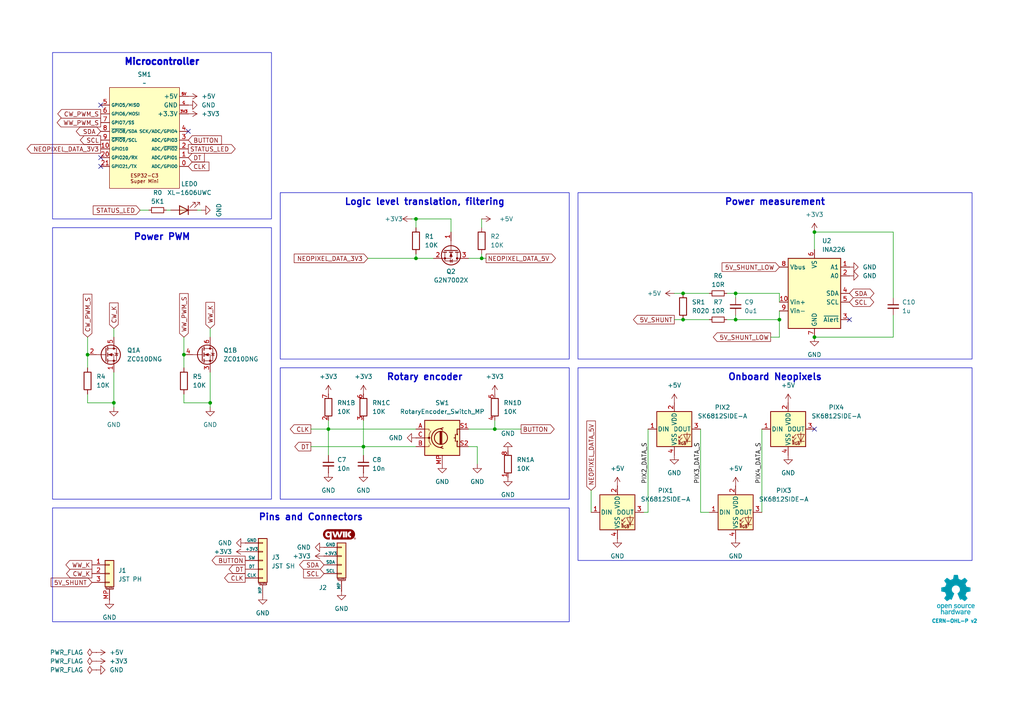
<source format=kicad_sch>
(kicad_sch (version 20231120) (generator "eeschema") (generator_version "8.0")
  (paper "A4")
  (title_block (title "ESPHome 5V CWWW LED driver") (date "2025-03-18") (rev "v1"))
  (lib_symbols
    (symbol "Connector_Generic_MountingPin:Conn_01x03_MountingPin" (pin_names (offset 1.016) hide)
      (property "Reference" "J" (at 0 5.08 0))
      (property "Value" "Conn_01x03_MountingPin" (at 1.27 -5.08 0))
      (symbol "Conn_01x03_MountingPin_1_1"
        (text "Mounting" (at 0 -4.191 0) (effects (font (size 0.381 0.381))))
        (pin passive line (at -5.08 2.54 0) (length 3.81) (name "Pin_1") (number "1"))
        (pin passive line (at -5.08 0 0) (length 3.81) (name "Pin_2") (number "2"))
        (pin passive line (at -5.08 -2.54 0) (length 3.81) (name "Pin_3") (number "3"))
        (pin passive line (at 0 -7.62 90) (length 3.048) (name "MountPin") (number "MP"))
      )
    )
    (symbol "Device:C_Small" (pin_numbers hide) (pin_names (offset 0.254) hide)
      (property "Reference" "C" (at 0.254 1.778 0))
      (property "Value" "C_Small" (at 0.254 -2.032 0))
      (symbol "C_Small_1_1"
        (pin passive line (at 0 2.54 270) (length 2.032) (name "~") (number "1"))
        (pin passive line (at 0 -2.54 90) (length 2.032) (name "~") (number "2"))
      )
    )
    (symbol "Device:R" (pin_numbers hide) (pin_names (offset 0))
      (property "Reference" "R" (at 2.032 0 90))
      (property "Value" "R" (at 0 0 90))
      (symbol "R_1_1"
        (pin passive line (at 0 3.81 270) (length 1.27) (name "~") (number "1"))
        (pin passive line (at 0 -3.81 90) (length 1.27) (name "~") (number "2"))
      )
    )
    (symbol "Device:R_Pack04_Split" (pin_names (offset 0) hide)
      (property "Reference" "RN" (at 2.032 0 90))
      (property "Value" "R_Pack04_Split" (at 0 0 90))
      (symbol "R_Pack04_Split_1_1"
        (pin passive line (at 0 -3.81 90) (length 1.27) (name "R1.1") (number "1"))
        (pin passive line (at 0 3.81 270) (length 1.27) (name "R1.2") (number "8"))
      )
      (symbol "R_Pack04_Split_2_1"
        (pin passive line (at 0 -3.81 90) (length 1.27) (name "R2.1") (number "2"))
        (pin passive line (at 0 3.81 270) (length 1.27) (name "R2.2") (number "7"))
      )
      (symbol "R_Pack04_Split_3_1"
        (pin passive line (at 0 -3.81 90) (length 1.27) (name "R3.1") (number "3"))
        (pin passive line (at 0 3.81 270) (length 1.27) (name "R3.2") (number "6"))
      )
      (symbol "R_Pack04_Split_4_1"
        (pin passive line (at 0 -3.81 90) (length 1.27) (name "R4.1") (number "4"))
        (pin passive line (at 0 3.81 270) (length 1.27) (name "R4.2") (number "5"))
      )
    )
    (symbol "Device:R_Small" (pin_numbers hide) (pin_names (offset 0.254) hide)
      (property "Reference" "R" (at 0.762 0.508 0))
      (property "Value" "R_Small" (at 0.762 -1.016 0))
      (symbol "R_Small_1_1"
        (pin passive line (at 0 2.54 270) (length 0.762) (name "~") (number "1"))
        (pin passive line (at 0 -2.54 90) (length 0.762) (name "~") (number "2"))
      )
    )
    (symbol "Device:RotaryEncoder_Switch_MP" (pin_names (offset 0.254) hide)
      (property "Reference" "SW" (at 0 8.89 0))
      (property "Value" "RotaryEncoder_Switch_MP" (at 0 6.35 0))
      (symbol "RotaryEncoder_Switch_MP_1_1"
        (pin passive line (at -7.62 2.54 0) (length 2.54) (name "A") (number "A"))
        (pin passive line (at -7.62 -2.54 0) (length 2.54) (name "B") (number "B"))
        (pin passive line (at -7.62 0 0) (length 2.54) (name "C") (number "C"))
        (pin passive line (at 0 -7.62 90) (length 2.54) (name "MP") (number "MP"))
        (pin passive line (at 7.62 2.54 180) (length 2.54) (name "S1") (number "S1"))
        (pin passive line (at 7.62 -2.54 180) (length 2.54) (name "S2") (number "S2"))
      )
    )
    (symbol "Sensor_Energy:INA226"
      (property "Reference" "U" (at -6.35 11.43 0))
      (property "Value" "INA226" (at 3.81 11.43 0))
      (symbol "INA226_1_1"
        (pin input line (at 10.16 7.62 180) (length 2.54) (name "A1") (number "1"))
        (pin input line (at -10.16 -2.54 0) (length 2.54) (name "Vin+") (number "10"))
        (pin input line (at 10.16 5.08 180) (length 2.54) (name "A0") (number "2"))
        (pin open_collector line (at 10.16 -7.62 180) (length 2.54) (name "~{Alert}") (number "3"))
        (pin bidirectional line (at 10.16 0 180) (length 2.54) (name "SDA") (number "4"))
        (pin input line (at 10.16 -2.54 180) (length 2.54) (name "SCL") (number "5"))
        (pin power_in line (at 0 12.7 270) (length 2.54) (name "VS") (number "6"))
        (pin power_in line (at 0 -12.7 90) (length 2.54) (name "GND") (number "7"))
        (pin input line (at -10.16 7.62 0) (length 2.54) (name "Vbus") (number "8"))
        (pin input line (at -10.16 -5.08 0) (length 2.54) (name "Vin-") (number "9"))
      )
    )
    (symbol "connector:JST_SH_01x05_RotaryEncoder" (pin_numbers hide) (pin_names (offset 0))
      (property "Reference" "J" (at 0 7.62 0))
      (property "Value" "JST SH" (at 1.27 -7.62 0))
      (symbol "JST_SH_01x05_RotaryEncoder_1_1"
        (text "Mounting" (at 0 -6.731 0) (effects (font (size 0.381 0.381))))
        (pin passive line (at -5.08 5.08 0) (length 3.81) (name "GND") (number "1"))
        (pin passive line (at -5.08 2.54 0) (length 3.81) (name "+3V3") (number "2"))
        (pin passive line (at -5.08 0 0) (length 3.81) (name "SW") (number "3"))
        (pin passive line (at -5.08 -2.54 0) (length 3.81) (name "DT") (number "4"))
        (pin passive line (at -5.08 -5.08 0) (length 3.81) (name "CLK") (number "5"))
        (pin passive line (at 0 -10.16 90) (length 3.048) (name "MP") (number "MP"))
      )
    )
    (symbol "connector:Qwiic" (pin_numbers hide) (pin_names (offset 0))
      (property "Reference" "J" (at 2.54 0 0))
      (symbol "Qwiic_1_1"
        (text "Mounting" (at 0 -6.731 0) (effects (font (size 0.381 0.381))))
        (pin passive line (at -5.08 2.54 0) (length 3.81) (name "GND") (number "1"))
        (pin passive line (at -5.08 0 0) (length 3.81) (name "+3V3") (number "2"))
        (pin passive line (at -5.08 -2.54 0) (length 3.81) (name "SDA") (number "3"))
        (pin passive line (at -5.08 -5.08 0) (length 3.81) (name "SCL") (number "4"))
        (pin passive line (at 0 -10.16 90) (length 3.048) (name "MP") (number "MP"))
      )
    )
    (symbol "discrete:G2N7002X" (pin_names hide)
      (property "Reference" "Q" (at 5.08 1.905 0))
      (property "Value" "G2N7002X" (at 5.08 0 0))
      (symbol "G2N7002X_1_1"
        (pin input line (at -5.08 0 0) (length 2.54) (name "G") (number "1"))
        (pin passive line (at 2.54 -5.08 90) (length 2.54) (name "S") (number "2"))
        (pin passive line (at 2.54 5.08 270) (length 2.54) (name "D") (number "3"))
      )
    )
    (symbol "discrete:SK6812SIDE-A" (pin_names (offset 0.254))
      (property "Reference" "D" (at 5.08 5.715 0))
      (property "Value" "SK6812SIDE-A" (at 1.27 -5.715 0))
      (symbol "SK6812SIDE-A_0_0"
        (text "RGB" (at 2.286 -4.191 0) (effects (font (size 0.762 0.762))))
      )
      (symbol "SK6812SIDE-A_1_1"
        (pin input line (at -7.62 0 0) (length 2.54) (name "DIN") (number "1"))
        (pin power_in line (at 0 7.62 270) (length 2.54) (name "VDD") (number "2"))
        (pin output line (at 7.62 0 180) (length 2.54) (name "DOUT") (number "3"))
        (pin power_in line (at 0 -7.62 90) (length 2.54) (name "VSS") (number "4"))
      )
    )
    (symbol "discrete:XL-1606UWC" (pin_numbers hide) (pin_names (offset 1.016) hide)
      (property "Reference" "D" (at 0 2.54 0))
      (property "Value" "XL-1606UWC" (at 0 -2.54 0))
      (symbol "XL-1606UWC_1_1"
        (pin passive line (at -3.81 0 0) (length 2.54) (name "K") (number "1"))
        (pin passive line (at 3.81 0 180) (length 2.54) (name "A") (number "2"))
      )
    )
    (symbol "discrete:ZC010DNG" (pin_names hide)
      (property "Reference" "Q" (at 5.08 1.905 0))
      (property "Value" "ZC010DNG" (at 5.08 0 0))
      (symbol "ZC010DNG_1_1"
        (pin passive line (at 2.54 -5.08 90) (length 2.54) (name "S") (number "1"))
        (pin input line (at -5.08 0 0) (length 2.54) (name "G") (number "2"))
        (pin passive line (at 2.54 5.08 270) (length 2.54) (name "D") (number "5"))
      )
      (symbol "ZC010DNG_2_1"
        (pin passive line (at 2.54 -5.08 90) (length 2.54) (name "S") (number "3"))
        (pin input line (at -5.08 0 0) (length 2.54) (name "G") (number "4"))
        (pin passive line (at 2.54 5.08 270) (length 2.54) (name "D") (number "6"))
      )
    )
    (symbol "module:ESP32-C3-Super-Mini"
      (property "Reference" "SM" (at 0 18.288 0))
      (symbol "ESP32-C3-Super-Mini_1_1"
        (text_box "ESP32-C3\nSuper Mini" (at -7.62 -10.16 0) (size 15.24 -5.08) (stroke (width -0.0001)) (effects (font (size 1.016 1.016)) (justify top)))
        (pin passive line (at 12.7 -8.89 180) (length 2.54) (name "ADC/GPIO0") (number "0"))
        (pin passive line (at 12.7 -6.35 180) (length 2.54) (name "ADC/GPIO1") (number "1"))
        (pin passive line (at -12.7 -3.81 0) (length 2.54) (name "GPIO10") (number "10"))
        (pin passive line (at 12.7 -3.81 180) (length 2.54) (name "ADC/~{GPIO2}") (number "2"))
        (pin passive line (at -12.7 -6.35 0) (length 2.54) (name "GPIO20/RX") (number "20"))
        (pin passive line (at -12.7 -8.89 0) (length 2.54) (name "GPIO21/TX") (number "21"))
        (pin passive line (at 12.7 -1.27 180) (length 2.54) (name "ADC/GPIO3") (number "3"))
        (pin power_in line (at 12.7 6.35 180) (length 2.54) (name "+3.3V") (number "3V3"))
        (pin passive line (at 12.7 1.27 180) (length 2.54) (name "SCK/ADC/GPIO4") (number "4"))
        (pin passive line (at -12.7 8.89 0) (length 2.54) (name "GPIO5/MISO") (number "5"))
        (pin power_in line (at 12.7 11.43 180) (length 2.54) (name "+5V") (number "5V"))
        (pin passive line (at -12.7 6.35 0) (length 2.54) (name "GPIO6/MOSI") (number "6"))
        (pin passive line (at -12.7 3.81 0) (length 2.54) (name "GPIO7/SS") (number "7"))
        (pin passive line (at -12.7 1.27 0) (length 2.54) (name "~{GPIO8}/SDA") (number "8"))
        (pin passive line (at -12.7 -1.27 0) (length 2.54) (name "~{GPIO9}/SCL") (number "9"))
        (pin power_in line (at 12.7 8.89 180) (length 2.54) (name "GND") (number "G"))
      )
    )
    (symbol "power:+3V3" (power) (pin_numbers hide) (pin_names (offset 0) hide)
      (property "Value" "+3V3" (at 0 3.556 0))
      (symbol "+3V3_1_1"
        (pin power_in line (at 0 0 90) (length 0) (name "~") (number "1"))
      )
    )
    (symbol "power:+5V" (power) (pin_numbers hide) (pin_names (offset 0) hide)
      (property "Value" "+5V" (at 0 3.556 0))
      (symbol "+5V_1_1"
        (pin power_in line (at 0 0 90) (length 0) (name "~") (number "1"))
      )
    )
    (symbol "power:GND" (power) (pin_numbers hide) (pin_names (offset 0) hide)
      (property "Value" "GND" (at 0 -3.81 0))
      (symbol "GND_1_1"
        (pin power_in line (at 0 0 270) (length 0) (name "~") (number "1"))
      )
    )
    (symbol "power:PWR_FLAG" (power) (pin_numbers hide) (pin_names (offset 0) hide)
      (property "Value" "PWR_FLAG" (at 0 3.81 0))
      (symbol "PWR_FLAG_0_0"
        (pin power_out line (at 0 0 90) (length 0) (name "~") (number "1"))
      )
    )
    (symbol "power:VCC" (power) (pin_numbers hide) (pin_names (offset 0) hide)
      (property "Value" "VCC" (at 0 3.556 0))
      (symbol "VCC_1_1"
        (pin power_in line (at 0 0 90) (length 0) (name "~") (number "1"))
      )
    )
  )
  (junction (at 213.36 85.09))
  (junction (at 226.06 92.71))
  (junction (at 236.22 67.31))
  (junction (at 139.7 74.93))
  (junction (at 33.02 116.84))
  (junction (at 198.12 92.71))
  (junction (at 120.65 74.93))
  (junction (at 60.96 116.84))
  (junction (at 25.4 102.87))
  (junction (at 213.36 92.71))
  (junction (at 53.34 102.87))
  (junction (at 143.51 124.46))
  (junction (at 236.22 97.79))
  (junction (at 198.12 85.09))
  (junction (at 120.65 63.5))
  (junction (at 95.25 124.46))
  (junction (at 105.41 129.54))
  (no_connect (at 246.38 92.71))
  (no_connect (at 29.21 48.26))
  (no_connect (at 29.21 30.48))
  (no_connect (at 54.61 38.1))
  (no_connect (at 236.22 124.46))
  (no_connect (at 29.21 45.72))
  (wire (pts (xy 210.82 85.09) (xy 213.36 85.09)))
  (wire (pts (xy 226.06 97.79) (xy 226.06 92.71)))
  (wire (pts (xy 213.36 85.09) (xy 213.36 86.36)))
  (wire (pts (xy 203.2 148.59) (xy 205.74 148.59)))
  (wire (pts (xy 198.12 85.09) (xy 205.74 85.09)))
  (wire (pts (xy 95.25 124.46) (xy 120.65 124.46)))
  (wire (pts (xy 171.45 142.24) (xy 171.45 148.59)))
  (wire (pts (xy 33.02 107.95) (xy 33.02 116.84)))
  (wire (pts (xy 203.2 124.46) (xy 203.2 148.59)))
  (wire (pts (xy 120.65 63.5) (xy 120.65 66.04)))
  (wire (pts (xy 106.68 74.93) (xy 120.65 74.93)))
  (wire (pts (xy 138.43 129.54) (xy 138.43 134.62)))
  (wire (pts (xy 58.42 60.96) (xy 57.15 60.96)))
  (wire (pts (xy 226.06 92.71) (xy 213.36 92.71)))
  (wire (pts (xy 53.34 116.84) (xy 60.96 116.84)))
  (wire (pts (xy 259.08 67.31) (xy 236.22 67.31)))
  (wire (pts (xy 25.4 102.87) (xy 25.4 106.68)))
  (wire (pts (xy 139.7 74.93) (xy 140.97 74.93)))
  (wire (pts (xy 195.58 85.09) (xy 198.12 85.09)))
  (wire (pts (xy 135.89 124.46) (xy 143.51 124.46)))
  (wire (pts (xy 236.22 97.79) (xy 259.08 97.79)))
  (wire (pts (xy 25.4 116.84) (xy 33.02 116.84)))
  (wire (pts (xy 236.22 67.31) (xy 236.22 72.39)))
  (wire (pts (xy 226.06 90.17) (xy 226.06 92.71)))
  (wire (pts (xy 119.38 63.5) (xy 120.65 63.5)))
  (wire (pts (xy 60.96 107.95) (xy 60.96 116.84)))
  (wire (pts (xy 220.98 124.46) (xy 220.98 148.59)))
  (wire (pts (xy 48.26 60.96) (xy 49.53 60.96)))
  (wire (pts (xy 120.65 73.66) (xy 120.65 74.93)))
  (wire (pts (xy 143.51 121.92) (xy 143.51 124.46)))
  (wire (pts (xy 120.65 63.5) (xy 130.81 63.5)))
  (wire (pts (xy 33.02 116.84) (xy 33.02 118.11)))
  (wire (pts (xy 186.69 148.59) (xy 187.96 148.59)))
  (wire (pts (xy 90.17 129.54) (xy 105.41 129.54)))
  (wire (pts (xy 25.4 97.79) (xy 25.4 102.87)))
  (wire (pts (xy 213.36 92.71) (xy 213.36 91.44)))
  (wire (pts (xy 53.34 102.87) (xy 53.34 106.68)))
  (wire (pts (xy 143.51 124.46) (xy 151.13 124.46)))
  (wire (pts (xy 105.41 129.54) (xy 105.41 121.92)))
  (wire (pts (xy 139.7 73.66) (xy 139.7 74.93)))
  (wire (pts (xy 259.08 86.36) (xy 259.08 67.31)))
  (wire (pts (xy 25.4 114.3) (xy 25.4 116.84)))
  (wire (pts (xy 120.65 74.93) (xy 125.73 74.93)))
  (wire (pts (xy 187.96 148.59) (xy 187.96 124.46)))
  (wire (pts (xy 130.81 67.31) (xy 130.81 63.5)))
  (wire (pts (xy 259.08 91.44) (xy 259.08 97.79)))
  (wire (pts (xy 60.96 116.84) (xy 60.96 118.11)))
  (wire (pts (xy 223.52 97.79) (xy 226.06 97.79)))
  (wire (pts (xy 53.34 97.79) (xy 53.34 102.87)))
  (wire (pts (xy 105.41 129.54) (xy 105.41 132.08)))
  (wire (pts (xy 210.82 92.71) (xy 213.36 92.71)))
  (wire (pts (xy 135.89 129.54) (xy 138.43 129.54)))
  (wire (pts (xy 139.7 63.5) (xy 139.7 66.04)))
  (wire (pts (xy 43.18 60.96) (xy 40.64 60.96)))
  (wire (pts (xy 95.25 121.92) (xy 95.25 124.46)))
  (wire (pts (xy 135.89 74.93) (xy 139.7 74.93)))
  (wire (pts (xy 33.02 95.25) (xy 33.02 97.79)))
  (wire (pts (xy 226.06 85.09) (xy 213.36 85.09)))
  (wire (pts (xy 95.25 124.46) (xy 95.25 132.08)))
  (wire (pts (xy 198.12 92.71) (xy 205.74 92.71)))
  (wire (pts (xy 53.34 114.3) (xy 53.34 116.84)))
  (wire (pts (xy 105.41 129.54) (xy 120.65 129.54)))
  (wire (pts (xy 226.06 87.63) (xy 226.06 85.09)))
  (wire (pts (xy 195.58 92.71) (xy 198.12 92.71)))
  (wire (pts (xy 60.96 95.25) (xy 60.96 97.79)))
  (wire (pts (xy 90.17 124.46) (xy 95.25 124.46)))
  (image (at 277.241 172.466) (scale 0.1691))
  (text_box "Onboard Neopixels" (at 167.64 106.68 0) (size 114.3 55.88) (effects (font (size 1.905 1.905) (thickness 0.381) (bold yes)) (justify top)))
  (text_box "Logic level translation, filtering" (at 81.28 55.88 0) (size 83.82 48.26) (effects (font (size 1.905 1.905) (thickness 0.381) (bold yes)) (justify top)))
  (text_box "Pins and Connectors" (at 15.24 147.32 0) (size 149.86 33.02) (effects (font (size 1.905 1.905) (thickness 0.381) (bold yes)) (justify top)))
  (text_box "Power PWM" (at 15.24 66.04 0) (size 63.5 78.74) (effects (font (size 1.905 1.905) (thickness 0.381) (bold yes)) (justify top)))
  (text_box "Power measurement" (at 167.64 55.88 0) (size 114.3 48.26) (effects (font (size 1.905 1.905) (thickness 0.381) (bold yes)) (justify top)))
  (text_box "Rotary encoder" (at 81.28 106.68 0) (size 83.82 38.1) (effects (font (size 1.905 1.905) (thickness 0.381) (bold yes)) (justify top)))
  (text_box "Microcontroller" (at 15.24 15.24 0) (size 63.5 48.26) (effects (font (size 1.905 1.905) (thickness 0.508) (bold yes)) (justify top)))
  (text "CERN-OHL-P v2" (at 276.86 180.34 0) (effects (font (size 1.016 1.016) (thickness 0.4) (bold yes))))
  (label "PIX2_DATA_S" (at 187.96 128.27 270))
  (label "PIX4_DATA_S" (at 220.98 128.27 270))
  (label "PIX3_DATA_S" (at 203.2 128.27 270))
  (global_label "WW_K" (shape output) (at 26.67 163.83 180) (property "Intersheetrefs" "${INTERSHEET_REFS}" (effects (hide yes))))
  (global_label "NEOPIXEL_DATA_5V" (shape input) (at 171.45 142.24 90) (property "Intersheetrefs" "${INTERSHEET_REFS}" (effects (hide yes))))
  (global_label "CLK" (shape output) (at 90.17 124.46 180) (property "Intersheetrefs" "${INTERSHEET_REFS}" (effects (hide yes))))
  (global_label "BUTTON" (shape input) (at 54.61 40.64 0) (property "Intersheetrefs" "${INTERSHEET_REFS}" (effects (hide yes))))
  (global_label "SCL" (shape bidirectional) (at 246.38 87.63 0) (property "Intersheetrefs" "${INTERSHEET_REFS}" (effects (hide yes))))
  (global_label "DT" (shape output) (at 71.12 165.1 180) (property "Intersheetrefs" "${INTERSHEET_REFS}" (effects (hide yes))))
  (global_label "WW_K" (shape input) (at 60.96 95.25 90) (property "Intersheetrefs" "${INTERSHEET_REFS}" (effects (hide yes))))
  (global_label "SDA" (shape bidirectional) (at 246.38 85.09 0) (property "Intersheetrefs" "${INTERSHEET_REFS}" (effects (hide yes))))
  (global_label "CLK" (shape input) (at 54.61 48.26 0) (property "Intersheetrefs" "${INTERSHEET_REFS}" (effects (hide yes))))
  (global_label "DT" (shape input) (at 54.61 45.72 0) (property "Intersheetrefs" "${INTERSHEET_REFS}" (effects (hide yes))))
  (global_label "NEOPIXEL_DATA_5V" (shape output) (at 140.97 74.93 0) (property "Intersheetrefs" "${INTERSHEET_REFS}" (effects (hide yes))))
  (global_label "STATUS_LED" (shape input) (at 40.64 60.96 180) (property "Intersheetrefs" "${INTERSHEET_REFS}" (effects (hide yes))))
  (global_label "WW_PWM_S" (shape output) (at 29.21 35.56 180) (property "Intersheetrefs" "${INTERSHEET_REFS}" (effects (hide yes))))
  (global_label "5V_SHUNT" (shape input) (at 26.67 168.91 180) (property "Intersheetrefs" "${INTERSHEET_REFS}" (effects (hide yes))))
  (global_label "CLK" (shape output) (at 71.12 167.64 180) (property "Intersheetrefs" "${INTERSHEET_REFS}" (effects (hide yes))))
  (global_label "CW_K" (shape output) (at 26.67 166.37 180) (property "Intersheetrefs" "${INTERSHEET_REFS}" (effects (hide yes))))
  (global_label "BUTTON" (shape output) (at 71.12 162.56 180) (property "Intersheetrefs" "${INTERSHEET_REFS}" (effects (hide yes))))
  (global_label "SCL" (shape input) (at 93.98 166.37 180) (property "Intersheetrefs" "${INTERSHEET_REFS}" (effects (hide yes))))
  (global_label "CW_K" (shape input) (at 33.02 95.25 90) (property "Intersheetrefs" "${INTERSHEET_REFS}" (effects (hide yes))))
  (global_label "5V_SHUNT" (shape output) (at 195.58 92.71 180) (property "Intersheetrefs" "${INTERSHEET_REFS}" (effects (hide yes))))
  (global_label "SDA" (shape bidirectional) (at 93.98 163.83 180) (property "Intersheetrefs" "${INTERSHEET_REFS}" (effects (hide yes))))
  (global_label "NEOPIXEL_DATA_3V3" (shape input) (at 106.68 74.93 180) (property "Intersheetrefs" "${INTERSHEET_REFS}" (effects (hide yes))))
  (global_label "NEOPIXEL_DATA_3V3" (shape output) (at 29.21 43.18 180) (property "Intersheetrefs" "${INTERSHEET_REFS}" (effects (hide yes))))
  (global_label "5V_SHUNT_LOW" (shape input) (at 226.06 77.47 180) (property "Intersheetrefs" "${INTERSHEET_REFS}" (effects (hide yes))))
  (global_label "WW_PWM_S" (shape input) (at 53.34 97.79 90) (property "Intersheetrefs" "${INTERSHEET_REFS}" (effects (hide yes))))
  (global_label "CW_PWM_S" (shape output) (at 29.21 33.02 180) (property "Intersheetrefs" "${INTERSHEET_REFS}" (effects (hide yes))))
  (global_label "SDA" (shape bidirectional) (at 29.21 38.1 180) (property "Intersheetrefs" "${INTERSHEET_REFS}" (effects (hide yes))))
  (global_label "5V_SHUNT_LOW" (shape output) (at 223.52 97.79 180) (property "Intersheetrefs" "${INTERSHEET_REFS}" (effects (hide yes))))
  (global_label "BUTTON" (shape output) (at 151.13 124.46 0) (property "Intersheetrefs" "${INTERSHEET_REFS}" (effects (hide yes))))
  (global_label "SCL" (shape output) (at 29.21 40.64 180) (property "Intersheetrefs" "${INTERSHEET_REFS}" (effects (hide yes))))
  (global_label "STATUS_LED" (shape output) (at 54.61 43.18 0) (property "Intersheetrefs" "${INTERSHEET_REFS}" (effects (hide yes))))
  (global_label "CW_PWM_S" (shape input) (at 25.4 97.79 90) (property "Intersheetrefs" "${INTERSHEET_REFS}" (effects (hide yes))))
  (global_label "DT" (shape output) (at 90.17 129.54 180) (property "Intersheetrefs" "${INTERSHEET_REFS}" (effects (hide yes))))
  (symbol (lib_id "power:VCC") (at 95.25 114.3 0) (unit 1)
    (property "Reference" "#PWR018" (effects (hide yes)))
    (property "Value" "+3V3" (at 95.25 109.22 0))
    (property "Description" "Power symbol creates a global label with name \"VCC\"" (effects (hide yes)))
  )
  (symbol (lib_id "power:GND") (at 93.98 158.75 270) (unit 1)
    (property "Reference" "#PWR016" (effects (hide yes)))
    (property "Value" "GND" (at 90.17 158.7499 90) (effects (justify right)))
    (property "Description" "Power symbol creates a global label with name \"GND\" , ground" (effects (hide yes)))
  )
  (symbol (lib_id "power:GND") (at 246.38 80.01 90) (unit 1)
    (property "Reference" "#PWR050" (effects (hide yes)))
    (property "Value" "GND" (at 250.19 80.0099 90) (effects (justify right)))
    (property "Description" "Power symbol creates a global label with name \"GND\" , ground" (effects (hide yes)))
  )
  (symbol (lib_id "power:GND") (at 60.96 118.11 0) (unit 1)
    (property "Reference" "#PWR014" (effects (hide yes)))
    (property "Value" "GND" (at 60.96 123.19 0))
    (property "Description" "Power symbol creates a global label with name \"GND\" , ground" (effects (hide yes)))
  )
  (symbol (lib_id "power:GND") (at 71.12 157.48 270) (unit 1)
    (property "Reference" "#PWR028" (effects (hide yes)))
    (property "Value" "GND" (at 67.31 157.4799 90) (effects (justify right)))
    (property "Description" "Power symbol creates a global label with name \"GND\" , ground" (effects (hide yes)))
  )
  (symbol (lib_id "discrete:XL-1606UWC") (at 53.34 60.96 180) (unit 1)
    (property "Reference" "LED0" (at 54.9275 53.34 0))
    (property "Value" "XL-1606UWC" (at 54.9275 55.88 0))
    (property "Footprint" "discrete:LED_SideEmitter_1.7x1.1mm" (effects (hide yes)))
    (property "Datasheet" "https://www.lcsc.com/datasheet/lcsc_datasheet_2402181506_XINGLIGHT-XL-1606UWC_C965866.pdf" (effects (hide yes)))
    (property "Description" "Light emitting diode, White, Side-Emitter package" (effects (hide yes)))
    (property "LCSC Part" "C965866" (effects (hide yes)))
  )
  (symbol (lib_id "power:GND") (at 147.32 138.43 0) (unit 1)
    (property "Reference" "#PWR037" (effects (hide yes)))
    (property "Value" "GND" (at 147.32 143.51 0))
    (property "Description" "Power symbol creates a global label with name \"GND\" , ground" (effects (hide yes)))
  )
  (symbol (lib_id "connector:JST_SH_01x05_RotaryEncoder") (at 76.2 162.56 0) (unit 1)
    (property "Reference" "J3" (at 78.74 161.6455 0) (effects (justify left)))
    (property "Value" "JST SH" (at 78.74 164.1855 0) (effects (justify left)))
    (property "Footprint" "connector:JST_SH_SM05B-SRSS-TB_1x05-1MP_P1.00mm_Horizontal" (effects (hide yes)))
    (property "Description" "JST SH connector for rotary encoder" (effects (hide yes)))
    (property "LCSC Part" "C7433426" (effects (hide yes)))
  )
  (symbol (lib_id "module:ESP32-C3-Super-Mini") (at 41.91 39.37 0) (unit 1)
    (property "Reference" "SM1" (at 41.91 21.59 0))
    (property "Value" "~" (at 41.91 24.13 0))
    (property "Footprint" "module:ESP32-C3-Super-Mini-Pins" (effects (hide yes)))
  )
  (symbol (lib_id "Device:R") (at 120.65 69.85 0) (unit 1)
    (property "Reference" "R1" (at 123.19 68.5799 0) (effects (justify left)))
    (property "Value" "10K" (at 123.19 71.1199 0) (effects (justify left)))
    (property "Footprint" "Resistor_SMD:R_0402_1005Metric" (effects (hide yes)))
    (property "Description" "Resistor" (effects (hide yes)))
  )
  (symbol (lib_id "Device:R_Small") (at 45.72 60.96 270) (mirror x) (unit 1)
    (property "Reference" "R0" (at 45.72 55.88 90))
    (property "Value" "5K1" (at 45.72 58.42 90))
    (property "Footprint" "Resistor_SMD:R_0402_1005Metric" (effects (hide yes)))
    (property "Description" "Resistor, small symbol" (effects (hide yes)))
  )
  (symbol (lib_id "power:VCC") (at 105.41 114.3 0) (unit 1)
    (property "Reference" "#PWR022" (effects (hide yes)))
    (property "Value" "+3V3" (at 105.41 109.22 0))
    (property "Description" "Power symbol creates a global label with name \"VCC\"" (effects (hide yes)))
  )
  (symbol (lib_id "Device:C_Small") (at 213.36 88.9 0) (unit 1)
    (property "Reference" "C9" (at 215.9 87.6362 0) (effects (justify left)))
    (property "Value" "0u1" (at 215.9 90.1762 0) (effects (justify left)))
    (property "Footprint" "discrete:C_0402_1005Metric" (effects (hide yes)))
    (property "Description" "Unpolarized capacitor, small symbol" (effects (hide yes)))
    (property "LCSC Part" "C152814" (effects (hide yes)))
  )
  (symbol (lib_id "power:+5V") (at 195.58 116.84 0) (unit 1)
    (property "Reference" "#PWR045" (effects (hide yes)))
    (property "Value" "+5V" (at 195.58 111.76 0))
    (property "Description" "Power symbol creates a global label with name \"+5V\"" (effects (hide yes)))
  )
  (symbol (lib_id "power:GND") (at 31.75 173.99 0) (unit 1)
    (property "Reference" "#PWR015" (effects (hide yes)))
    (property "Value" "GND" (at 31.75 179.07 0))
    (property "Description" "Power symbol creates a global label with name \"GND\" , ground" (effects (hide yes)))
  )
  (symbol (lib_id "power:+3V3") (at 119.38 63.5 90) (unit 1)
    (property "Reference" "#PWR026" (effects (hide yes)))
    (property "Value" "+3V3" (at 116.84 63.4999 90) (effects (justify left)))
    (property "Description" "Power symbol creates a global label with name \"+3V3\"" (effects (hide yes)))
  )
  (symbol (lib_id "power:GND") (at 236.22 97.79 0) (unit 1)
    (property "Reference" "#PWR048" (effects (hide yes)))
    (property "Value" "GND" (at 236.22 102.87 0))
    (property "Description" "Power symbol creates a global label with name \"GND\" , ground" (effects (hide yes)))
  )
  (symbol (lib_id "power:GND") (at 128.27 134.62 0) (unit 1)
    (property "Reference" "#PWR031" (effects (hide yes)))
    (property "Value" "GND" (at 128.27 139.7 0))
    (property "Description" "Power symbol creates a global label with name \"GND\" , ground" (effects (hide yes)))
  )
  (symbol (lib_id "power:+5V") (at 213.36 140.97 0) (unit 1)
    (property "Reference" "#PWR041" (effects (hide yes)))
    (property "Value" "+5V" (at 213.36 135.89 0))
    (property "Description" "Power symbol creates a global label with name \"+5V\"" (effects (hide yes)))
  )
  (symbol (lib_id "power:GND") (at 120.65 127 270) (unit 1)
    (property "Reference" "#PWR027" (effects (hide yes)))
    (property "Value" "GND" (at 116.84 126.9999 90) (effects (justify right)))
    (property "Description" "Power symbol creates a global label with name \"GND\" , ground" (effects (hide yes)))
  )
  (symbol (lib_id "Device:C_Small") (at 105.41 134.62 0) (unit 1)
    (property "Reference" "C8" (at 107.95 133.3562 0) (effects (justify left)))
    (property "Value" "10n" (at 107.95 135.8962 0) (effects (justify left)))
    (property "Footprint" "discrete:C_0402_1005Metric" (effects (hide yes)))
    (property "Description" "Unpolarized capacitor, small symbol" (effects (hide yes)))
  )
  (symbol (lib_id "discrete:SK6812SIDE-A") (at 228.6 124.46 0) (unit 1)
    (property "Reference" "PIX4" (at 242.57 118.1414 0))
    (property "Value" "SK6812SIDE-A" (at 242.57 120.6814 0))
    (property "Footprint" "discrete:LED_SK6812SIDE-A_4.0x1.6mm" (effects (hide yes)))
    (property "Datasheet" "https://www.lcsc.com/datasheet/lcsc_datasheet_2108251530_OPSCO-Optoelectronics-SK6812SIDE-A-RVS_C2890037.pdf" (effects (hide yes)))
    (property "Description" "RGB LED with integrated controller, side view" (effects (hide yes)))
    (property "LCSC Part" "C2890037" (effects (hide yes)))
  )
  (symbol (lib_id "discrete:ZC010DNG") (at 58.42 102.87 0) (unit 2)
    (property "Reference" "Q1" (at 64.77 101.5999 0) (effects (justify left)))
    (property "Value" "ZC010DNG" (at 64.77 104.1399 0) (effects (justify left)))
    (property "Footprint" "package:PDFN-8_L3.2-W3.1-P0.65-LS3.4-BL-EP2" (effects (hide yes)))
    (property "Datasheet" "https://www.lcsc.com/datasheet/lcsc_datasheet_2407301051_DOINGTER-ZC010DNG_C36499170.pdf" (effects (hide yes)))
    (property "Description" "35A Id, 30V Vds, Dual N-Channel MOSFET, PDFN-8(3x3)" (effects (hide yes)))
    (property "LCSC Part" "C36499170" (effects (hide yes)))
  )
  (symbol (lib_id "Device:R_Pack04_Split") (at 147.32 134.62 0) (unit 1)
    (property "Reference" "RN1" (at 149.86 133.3499 0) (effects (justify left)))
    (property "Value" "10K" (at 149.86 135.8899 0) (effects (justify left)))
    (property "Footprint" "discrete:R_Array_Convex_4x0402" (effects (hide yes)))
    (property "Description" "4 resistor network, parallel topology, split" (effects (hide yes)))
  )
  (symbol (lib_id "connector:Qwiic") (at 99.06 161.29 0) (unit 1)
    (property "Reference" "J2" (at 92.456 170.434 0) (effects (justify left)))
    (property "Value" "Qwiic" (effects (hide yes)))
    (property "Footprint" "connector:Qwiic-SMD-horizontal" (effects (hide yes)))
    (property "Datasheet" "https://www.sparkfun.com/qwiic" (effects (hide yes)))
    (property "Description" "Qwiic connector, JST SH 1.0mm 1x04" (effects (hide yes)))
    (property "LCSC Part" "C19270571" (effects (hide yes)))
  )
  (symbol (lib_id "power:GND") (at 147.32 130.81 180) (unit 1)
    (property "Reference" "#PWR036" (effects (hide yes)))
    (property "Value" "GND" (at 147.32 125.73 0))
    (property "Description" "Power symbol creates a global label with name \"GND\" , ground" (effects (hide yes)))
  )
  (symbol (lib_id "power:GND") (at 195.58 132.08 0) (unit 1)
    (property "Reference" "#PWR046" (effects (hide yes)))
    (property "Value" "GND" (at 195.58 137.16 0))
    (property "Description" "Power symbol creates a global label with name \"GND\" , ground" (effects (hide yes)))
  )
  (symbol (lib_id "power:+5V") (at 179.07 140.97 0) (unit 1)
    (property "Reference" "#PWR043" (effects (hide yes)))
    (property "Value" "+5V" (at 179.07 135.89 0))
    (property "Description" "Power symbol creates a global label with name \"+5V\"" (effects (hide yes)))
  )
  (symbol (lib_id "Sensor_Energy:INA226") (at 236.22 85.09 0) (unit 1)
    (property "Reference" "U2" (at 238.4141 69.85 0) (effects (justify left)))
    (property "Value" "INA226" (at 238.4141 72.39 0) (effects (justify left)))
    (property "Footprint" "Package_SO:VSSOP-10_3x3mm_P0.5mm" (effects (hide yes)))
    (property "Datasheet" "http://www.ti.com/lit/ds/symlink/ina226.pdf" (effects (hide yes)))
    (property "Description" "High-Side or Low-Side Measurement, Bi-Directional Current and Power Monitor (0-36V) with I2C Compatible Interface, VSSOP-10" (effects (hide yes)))
    (property "LCSC Part" "C49851" (effects (hide yes)))
  )
  (symbol (lib_id "power:+5V") (at 139.7 63.5 270) (unit 1)
    (property "Reference" "#PWR033" (effects (hide yes)))
    (property "Value" "+5V" (at 144.78 63.4999 90) (effects (justify left)))
    (property "Description" "Power symbol creates a global label with name \"+5V\"" (effects (hide yes)))
  )
  (symbol (lib_id "Device:R_Small") (at 208.28 92.71 90) (unit 1)
    (property "Reference" "R7" (at 208.28 87.63 90))
    (property "Value" "10R" (at 208.28 90.17 90))
    (property "Footprint" "Resistor_SMD:R_0402_1005Metric" (effects (hide yes)))
    (property "Description" "Resistor, small symbol" (effects (hide yes)))
    (property "LCSC Part" "C25077" (effects (hide yes)))
  )
  (symbol (lib_id "power:VCC") (at 54.61 33.02 270) (mirror x) (unit 1)
    (property "Reference" "#PWR010" (effects (hide yes)))
    (property "Value" "+3V3" (at 58.42 33.0201 90) (effects (justify left)))
    (property "Description" "Power symbol creates a global label with name \"VCC\"" (effects (hide yes)))
  )
  (symbol (lib_id "Device:R_Pack04_Split") (at 95.25 118.11 0) (unit 2)
    (property "Reference" "RN1" (at 97.79 116.8399 0) (effects (justify left)))
    (property "Value" "10K" (at 97.79 119.3799 0) (effects (justify left)))
    (property "Footprint" "discrete:R_Array_Convex_4x0402" (effects (hide yes)))
    (property "Description" "4 resistor network, parallel topology, split" (effects (hide yes)))
  )
  (symbol (lib_id "Device:R_Small") (at 208.28 85.09 90) (unit 1)
    (property "Reference" "R6" (at 208.28 80.01 90))
    (property "Value" "10R" (at 208.28 82.55 90))
    (property "Footprint" "Resistor_SMD:R_0402_1005Metric" (effects (hide yes)))
    (property "Description" "Resistor, small symbol" (effects (hide yes)))
    (property "LCSC Part" "C25077" (effects (hide yes)))
  )
  (symbol (lib_id "power:VCC") (at 143.51 114.3 0) (unit 1)
    (property "Reference" "#PWR034" (effects (hide yes)))
    (property "Value" "+3V3" (at 143.51 109.22 0))
    (property "Description" "Power symbol creates a global label with name \"VCC\"" (effects (hide yes)))
  )
  (symbol (lib_id "power:GND") (at 95.25 137.16 0) (unit 1)
    (property "Reference" "#PWR019" (effects (hide yes)))
    (property "Value" "GND" (at 95.25 142.24 0))
    (property "Description" "Power symbol creates a global label with name \"GND\" , ground" (effects (hide yes)))
  )
  (symbol (lib_id "power:VCC") (at 27.94 191.77 270) (unit 1)
    (property "Reference" "#PWR06" (effects (hide yes)))
    (property "Value" "+3V3" (at 31.75 191.7699 90) (effects (justify left)))
    (property "Description" "Power symbol creates a global label with name \"VCC\"" (effects (hide yes)))
  )
  (symbol (lib_id "power:+5V") (at 195.58 85.09 90) (unit 1)
    (property "Reference" "#PWR01" (effects (hide yes)))
    (property "Value" "+5V" (at 191.77 85.0899 90) (effects (justify left)))
    (property "Description" "Power symbol creates a global label with name \"+5V\"" (effects (hide yes)))
  )
  (symbol (lib_id "power:GND") (at 27.94 194.31 90) (unit 1)
    (property "Reference" "#PWR07" (effects (hide yes)))
    (property "Value" "GND" (at 31.75 194.3099 90) (effects (justify right)))
    (property "Description" "Power symbol creates a global label with name \"GND\" , ground" (effects (hide yes)))
  )
  (symbol (lib_id "power:GND") (at 246.38 77.47 90) (unit 1)
    (property "Reference" "#PWR049" (effects (hide yes)))
    (property "Value" "GND" (at 250.19 77.4699 90) (effects (justify right)))
    (property "Description" "Power symbol creates a global label with name \"GND\" , ground" (effects (hide yes)))
  )
  (symbol (lib_id "power:+5V") (at 228.6 116.84 0) (unit 1)
    (property "Reference" "#PWR054" (effects (hide yes)))
    (property "Value" "+5V" (at 228.6 111.76 0))
    (property "Description" "Power symbol creates a global label with name \"+5V\"" (effects (hide yes)))
  )
  (symbol (lib_id "discrete:G2N7002X") (at 130.81 72.39 270) (unit 1)
    (property "Reference" "Q2" (at 130.81 78.74 90))
    (property "Value" "G2N7002X" (at 130.81 81.28 90))
    (property "Footprint" "package:SOT-523" (effects (hide yes)))
    (property "Datasheet" "https://www.lcsc.com/datasheet/lcsc_datasheet_2410121447_GOFORD-G2N7002X_C5258971.pdf" (effects (hide yes)))
    (property "Description" "0.340A Id, 60V Vds, N-Channel MOSFET, SOT-523" (effects (hide yes)))
    (property "LCSC Part" "C5258971" (effects (hide yes)))
  )
  (symbol (lib_id "Device:R") (at 198.12 88.9 0) (unit 1)
    (property "Reference" "SR1" (at 200.66 87.6299 0) (effects (justify left)))
    (property "Value" "R020" (at 200.66 90.1699 0) (effects (justify left)))
    (property "Footprint" "Resistor_SMD:R_2512_6332Metric_Pad1.40x3.35mm_HandSolder" (effects (hide yes)))
    (property "Description" "Resistor" (effects (hide yes)))
    (property "LCSC Part" "C5375467" (effects (hide yes)))
  )
  (symbol (lib_id "power:GND") (at 99.06 171.45 0) (unit 1)
    (property "Reference" "#PWR020" (effects (hide yes)))
    (property "Value" "GND" (at 99.06 176.53 0))
    (property "Description" "Power symbol creates a global label with name \"GND\" , ground" (effects (hide yes)))
  )
  (symbol (lib_id "power:VCC") (at 54.61 27.94 270) (unit 1)
    (property "Reference" "#PWR08" (effects (hide yes)))
    (property "Value" "+5V" (at 58.42 27.9399 90) (effects (justify left)))
    (property "Description" "Power symbol creates a global label with name \"VCC\"" (effects (hide yes)))
  )
  (symbol (lib_id "Connector_Generic_MountingPin:Conn_01x03_MountingPin") (at 31.75 166.37 0) (unit 1)
    (property "Reference" "J1" (at 34.29 165.4555 0) (effects (justify left)))
    (property "Value" "JST PH" (at 34.29 167.9955 0) (effects (justify left)))
    (property "Footprint" "connector:STEMMA-Signal-SMD-horizontal" (effects (hide yes)))
    (property "Description" "Generic connectable mounting pin connector, single row, 01x03, script generated (kicad-library-utils/schlib/autogen/connector/)" (effects (hide yes)))
    (property "LCSC Part" "C5372880" (effects (hide yes)))
  )
  (symbol (lib_id "power:GND") (at 76.2 172.72 0) (unit 1)
    (property "Reference" "#PWR030" (effects (hide yes)))
    (property "Value" "GND" (at 76.2 177.8 0))
    (property "Description" "Power symbol creates a global label with name \"GND\" , ground" (effects (hide yes)))
  )
  (symbol (lib_id "Device:R") (at 139.7 69.85 0) (unit 1)
    (property "Reference" "R2" (at 142.24 68.5799 0) (effects (justify left)))
    (property "Value" "10K" (at 142.24 71.1199 0) (effects (justify left)))
    (property "Footprint" "Resistor_SMD:R_0402_1005Metric" (effects (hide yes)))
    (property "Description" "Resistor" (effects (hide yes)))
  )
  (symbol (lib_id "power:VCC") (at 27.94 189.23 270) (unit 1)
    (property "Reference" "#PWR05" (effects (hide yes)))
    (property "Value" "+5V" (at 31.75 189.2299 90) (effects (justify left)))
    (property "Description" "Power symbol creates a global label with name \"VCC\"" (effects (hide yes)))
  )
  (symbol (lib_id "power:VCC") (at 71.12 160.02 90) (unit 1)
    (property "Reference" "#PWR029" (effects (hide yes)))
    (property "Value" "+3V3" (at 67.31 160.0199 90) (effects (justify left)))
    (property "Description" "Power symbol creates a global label with name \"VCC\"" (effects (hide yes)))
  )
  (symbol (lib_id "discrete:ZC010DNG") (at 30.48 102.87 0) (unit 1)
    (property "Reference" "Q1" (at 36.83 101.5999 0) (effects (justify left)))
    (property "Value" "ZC010DNG" (at 36.83 104.1399 0) (effects (justify left)))
    (property "Footprint" "package:PDFN-8_L3.2-W3.1-P0.65-LS3.4-BL-EP2" (effects (hide yes)))
    (property "Datasheet" "https://www.lcsc.com/datasheet/lcsc_datasheet_2407301051_DOINGTER-ZC010DNG_C36499170.pdf" (effects (hide yes)))
    (property "Description" "35A Id, 30V Vds, Dual N-Channel MOSFET, PDFN-8(3x3)" (effects (hide yes)))
    (property "LCSC Part" "C36499170" (effects (hide yes)))
  )
  (symbol (lib_id "Device:R") (at 25.4 110.49 0) (unit 1)
    (property "Reference" "R4" (at 27.94 109.2199 0) (effects (justify left)))
    (property "Value" "10K" (at 27.94 111.7599 0) (effects (justify left)))
    (property "Footprint" "Resistor_SMD:R_0402_1005Metric" (effects (hide yes)))
    (property "Description" "Resistor" (effects (hide yes)))
  )
  (symbol (lib_id "power:GND") (at 105.41 137.16 0) (unit 1)
    (property "Reference" "#PWR023" (effects (hide yes)))
    (property "Value" "GND" (at 105.41 142.24 0))
    (property "Description" "Power symbol creates a global label with name \"GND\" , ground" (effects (hide yes)))
  )
  (symbol (lib_id "power:PWR_FLAG") (at 27.94 194.31 90) (unit 1)
    (property "Reference" "#FLG07" (effects (hide yes)))
    (property "Value" "PWR_FLAG" (at 24.13 194.3099 90) (effects (justify left)))
    (property "Description" "Special symbol for telling ERC where power comes from" (effects (hide yes)))
  )
  (symbol (lib_id "Device:R") (at 53.34 110.49 0) (unit 1)
    (property "Reference" "R5" (at 55.88 109.2199 0) (effects (justify left)))
    (property "Value" "10K" (at 55.88 111.7599 0) (effects (justify left)))
    (property "Footprint" "Resistor_SMD:R_0402_1005Metric" (effects (hide yes)))
    (property "Description" "Resistor" (effects (hide yes)))
  )
  (symbol (lib_id "power:GND") (at 138.43 134.62 0) (unit 1)
    (property "Reference" "#PWR032" (effects (hide yes)))
    (property "Value" "GND" (at 138.43 139.7 0))
    (property "Description" "Power symbol creates a global label with name \"GND\" , ground" (effects (hide yes)))
  )
  (symbol (lib_id "power:GND") (at 228.6 132.08 0) (unit 1)
    (property "Reference" "#PWR055" (effects (hide yes)))
    (property "Value" "GND" (at 228.6 137.16 0))
    (property "Description" "Power symbol creates a global label with name \"GND\" , ground" (effects (hide yes)))
  )
  (symbol (lib_id "Device:R_Pack04_Split") (at 143.51 118.11 0) (unit 4)
    (property "Reference" "RN1" (at 146.05 116.8399 0) (effects (justify left)))
    (property "Value" "10K" (at 146.05 119.3799 0) (effects (justify left)))
    (property "Footprint" "discrete:R_Array_Convex_4x0402" (effects (hide yes)))
    (property "Description" "4 resistor network, parallel topology, split" (effects (hide yes)))
  )
  (symbol (lib_id "Device:R_Pack04_Split") (at 105.41 118.11 0) (unit 3)
    (property "Reference" "RN1" (at 107.95 116.8399 0) (effects (justify left)))
    (property "Value" "10K" (at 107.95 119.3799 0) (effects (justify left)))
    (property "Footprint" "discrete:R_Array_Convex_4x0402" (effects (hide yes)))
    (property "Description" "4 resistor network, parallel topology, split" (effects (hide yes)))
  )
  (symbol (lib_id "power:VCC") (at 236.22 67.31 0) (unit 1)
    (property "Reference" "#PWR047" (effects (hide yes)))
    (property "Value" "+3V3" (at 236.22 62.23 0))
    (property "Description" "Power symbol creates a global label with name \"VCC\"" (effects (hide yes)))
  )
  (symbol (lib_id "power:PWR_FLAG") (at 27.94 191.77 90) (unit 1)
    (property "Reference" "#FLG06" (effects (hide yes)))
    (property "Value" "PWR_FLAG" (at 24.13 191.7699 90) (effects (justify left)))
    (property "Description" "Special symbol for telling ERC where power comes from" (effects (hide yes)))
  )
  (symbol (lib_id "discrete:SK6812SIDE-A") (at 195.58 124.46 0) (unit 1)
    (property "Reference" "PIX2" (at 209.55 118.1414 0))
    (property "Value" "SK6812SIDE-A" (at 209.55 120.6814 0))
    (property "Footprint" "discrete:LED_SK6812SIDE-A_4.0x1.6mm" (effects (hide yes)))
    (property "Datasheet" "https://www.lcsc.com/datasheet/lcsc_datasheet_2108251530_OPSCO-Optoelectronics-SK6812SIDE-A-RVS_C2890037.pdf" (effects (hide yes)))
    (property "Description" "RGB LED with integrated controller, side view" (effects (hide yes)))
    (property "LCSC Part" "C2890037" (effects (hide yes)))
  )
  (symbol (lib_id "power:GND") (at 213.36 156.21 0) (unit 1)
    (property "Reference" "#PWR053" (effects (hide yes)))
    (property "Value" "GND" (at 213.36 161.29 0))
    (property "Description" "Power symbol creates a global label with name \"GND\" , ground" (effects (hide yes)))
  )
  (symbol (lib_id "Device:RotaryEncoder_Switch_MP") (at 128.27 127 0) (unit 1)
    (property "Reference" "SW1" (at 128.27 116.84 0))
    (property "Value" "RotaryEncoder_Switch_MP" (at 128.27 119.38 0))
    (property "Footprint" "electromechanical:RotaryEncoder_Alps_EC11-Switch_Horizontal_H20mm" (effects (hide yes)))
    (property "Description" "Rotary encoder, dual channel, incremental quadrate outputs, with switch and MP Pin" (effects (hide yes)))
  )
  (symbol (lib_id "power:VCC") (at 93.98 161.29 90) (unit 1)
    (property "Reference" "#PWR017" (effects (hide yes)))
    (property "Value" "+3V3" (at 90.17 161.2899 90) (effects (justify left)))
    (property "Description" "Power symbol creates a global label with name \"VCC\"" (effects (hide yes)))
  )
  (symbol (lib_id "power:GND") (at 54.61 30.48 90) (mirror x) (unit 1)
    (property "Reference" "#PWR09" (effects (hide yes)))
    (property "Value" "GND" (at 58.42 30.4801 90) (effects (justify right)))
    (property "Description" "Power symbol creates a global label with name \"GND\" , ground" (effects (hide yes)))
  )
  (symbol (lib_id "power:PWR_FLAG") (at 27.94 189.23 90) (unit 1)
    (property "Reference" "#FLG05" (effects (hide yes)))
    (property "Value" "PWR_FLAG" (at 24.13 189.2299 90) (effects (justify left)))
    (property "Description" "Special symbol for telling ERC where power comes from" (effects (hide yes)))
  )
  (symbol (lib_id "power:GND") (at 58.42 60.96 90) (unit 1)
    (property "Reference" "#PWR03" (effects (hide yes)))
    (property "Value" "GND" (at 63.5 60.96 0))
    (property "Description" "Power symbol creates a global label with name \"GND\" , ground" (effects (hide yes)))
  )
  (symbol (lib_id "power:GND") (at 33.02 118.11 0) (unit 1)
    (property "Reference" "#PWR011" (effects (hide yes)))
    (property "Value" "GND" (at 33.02 123.19 0))
    (property "Description" "Power symbol creates a global label with name \"GND\" , ground" (effects (hide yes)))
  )
  (symbol (lib_id "discrete:SK6812SIDE-A") (at 179.07 148.59 0) (unit 1)
    (property "Reference" "PIX1" (at 193.04 142.2714 0))
    (property "Value" "SK6812SIDE-A" (at 193.04 144.8114 0))
    (property "Footprint" "discrete:LED_SK6812SIDE-A_4.0x1.6mm" (effects (hide yes)))
    (property "Datasheet" "https://www.lcsc.com/datasheet/lcsc_datasheet_2108251530_OPSCO-Optoelectronics-SK6812SIDE-A-RVS_C2890037.pdf" (effects (hide yes)))
    (property "Description" "RGB LED with integrated controller, side view" (effects (hide yes)))
    (property "LCSC Part" "C2890037" (effects (hide yes)))
  )
  (symbol (lib_id "Device:C_Small") (at 259.08 88.9 0) (unit 1)
    (property "Reference" "C10" (at 261.62 87.6362 0) (effects (justify left)))
    (property "Value" "1u" (at 261.62 90.1762 0) (effects (justify left)))
    (property "Footprint" "discrete:C_0402_1005Metric" (effects (hide yes)))
    (property "Description" "Unpolarized capacitor, small symbol" (effects (hide yes)))
  )
  (symbol (lib_id "power:GND") (at 179.07 156.21 0) (unit 1)
    (property "Reference" "#PWR044" (effects (hide yes)))
    (property "Value" "GND" (at 179.07 161.29 0))
    (property "Description" "Power symbol creates a global label with name \"GND\" , ground" (effects (hide yes)))
  )
  (symbol (lib_id "Device:C_Small") (at 95.25 134.62 0) (unit 1)
    (property "Reference" "C7" (at 97.79 133.3562 0) (effects (justify left)))
    (property "Value" "10n" (at 97.79 135.8962 0) (effects (justify left)))
    (property "Footprint" "discrete:C_0402_1005Metric" (effects (hide yes)))
    (property "Description" "Unpolarized capacitor, small symbol" (effects (hide yes)))
  )
  (symbol (lib_id "discrete:SK6812SIDE-A") (at 213.36 148.59 0) (unit 1)
    (property "Reference" "PIX3" (at 227.33 142.2714 0))
    (property "Value" "SK6812SIDE-A" (at 227.33 144.8114 0))
    (property "Footprint" "discrete:LED_SK6812SIDE-A_4.0x1.6mm" (effects (hide yes)))
    (property "Datasheet" "https://www.lcsc.com/datasheet/lcsc_datasheet_2108251530_OPSCO-Optoelectronics-SK6812SIDE-A-RVS_C2890037.pdf" (effects (hide yes)))
    (property "Description" "RGB LED with integrated controller, side view" (effects (hide yes)))
    (property "LCSC Part" "C2890037" (effects (hide yes)))
  )
)
</source>
